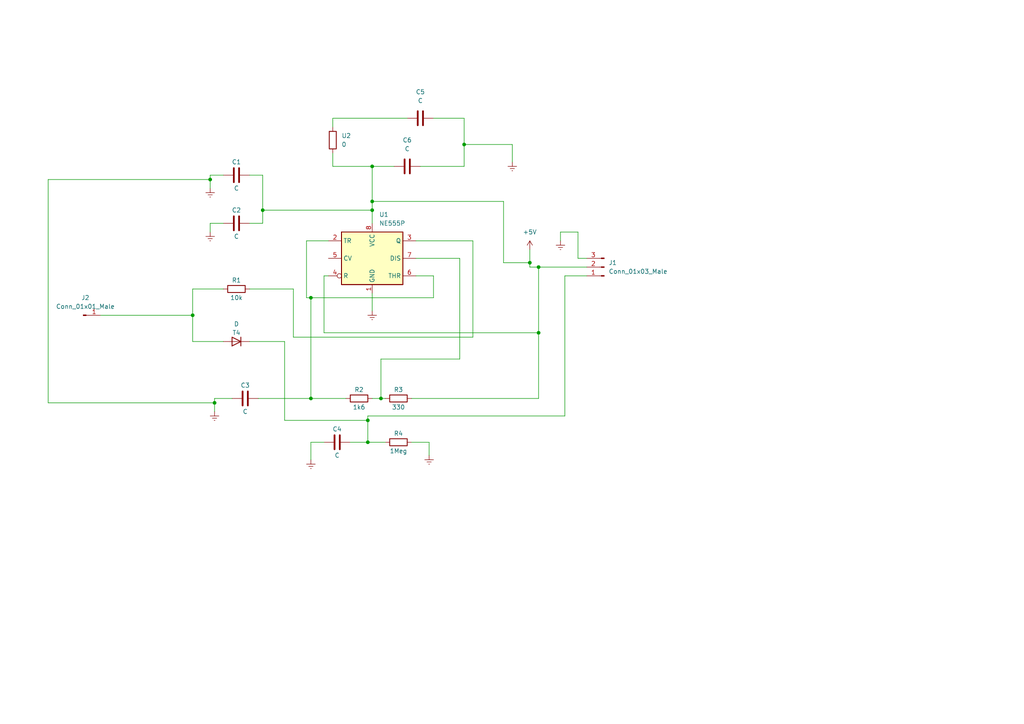
<source format=kicad_sch>
(kicad_sch (version 20211123) (generator eeschema)
  (paper "A4")
  (lib_symbols
    (symbol "Connector:Conn_01x01_Male" (pin_names (offset 1.016) hide)
      (property "Reference" "J" (at 0 2.54 0))
      (property "Value" "Conn_01x01_Male" (at 0 -2.54 0))
      (symbol "Conn_01x01_Male_1_1"
        (polyline (pts (xy 1.27 0) (xy 0.8636 0)) (stroke (width 0.1524)))
        (rectangle (start 0.8636 0.127) (end 0 -0.127) (stroke (width 0.1524)) (fill (type outline)))
        (pin passive line (at 5.08 0 180) (length 3.81) (name "Pin_1") (number "1"))
      )
    )
    (symbol "Connector:Conn_01x03_Male" (pin_names (offset 1.016) hide)
      (property "Reference" "J" (at 0 5.08 0))
      (property "Value" "Conn_01x03_Male" (at 0 -5.08 0))
      (symbol "Conn_01x03_Male_1_1"
        (polyline (pts (xy 1.27 -2.54) (xy 0.8636 -2.54)) (stroke (width 0.1524)))
        (polyline (pts (xy 1.27 0) (xy 0.8636 0)) (stroke (width 0.1524)))
        (polyline (pts (xy 1.27 2.54) (xy 0.8636 2.54)) (stroke (width 0.1524)))
        (rectangle (start 0.8636 -2.413) (end 0 -2.667) (stroke (width 0.1524)) (fill (type outline)))
        (rectangle (start 0.8636 0.127) (end 0 -0.127) (stroke (width 0.1524)) (fill (type outline)))
        (rectangle (start 0.8636 2.667) (end 0 2.413) (stroke (width 0.1524)) (fill (type outline)))
        (pin passive line (at 5.08 2.54 180) (length 3.81) (name "Pin_1") (number "1"))
        (pin passive line (at 5.08 0 180) (length 3.81) (name "Pin_2") (number "2"))
        (pin passive line (at 5.08 -2.54 180) (length 3.81) (name "Pin_3") (number "3"))
      )
    )
    (symbol "Device:C" (pin_numbers hide) (pin_names (offset 0.254))
      (property "Reference" "C" (at 0.635 2.54 0))
      (property "Value" "C" (at 0.635 -2.54 0))
      (symbol "C_0_1"
        (polyline (pts (xy -2.032 -0.762) (xy 2.032 -0.762)) (stroke (width 0.508)))
        (polyline (pts (xy -2.032 0.762) (xy 2.032 0.762)) (stroke (width 0.508)))
      )
      (symbol "C_1_1"
        (pin passive line (at 0 3.81 270) (length 2.794) (name "~") (number "1"))
        (pin passive line (at 0 -3.81 90) (length 2.794) (name "~") (number "2"))
      )
    )
    (symbol "Device:D" (pin_numbers hide) (pin_names (offset 1.016) hide)
      (property "Reference" "D" (at 0 2.54 0))
      (property "Value" "D" (at 0 -2.54 0))
      (symbol "D_0_1"
        (polyline (pts (xy -1.27 1.27) (xy -1.27 -1.27)) (stroke (width 0.254)))
        (polyline (pts (xy 1.27 0) (xy -1.27 0)))
        (polyline (pts (xy 1.27 1.27) (xy 1.27 -1.27) (xy -1.27 0) (xy 1.27 1.27)) (stroke (width 0.254)))
      )
      (symbol "D_1_1"
        (pin passive line (at -3.81 0 0) (length 2.54) (name "K") (number "1"))
        (pin passive line (at 3.81 0 180) (length 2.54) (name "A") (number "2"))
      )
    )
    (symbol "Device:R" (pin_numbers hide) (pin_names (offset 0))
      (property "Reference" "R" (at 2.032 0 90))
      (property "Value" "R" (at 0 0 90))
      (symbol "R_0_1"
        (rectangle (start -1.016 -2.54) (end 1.016 2.54) (stroke (width 0.254)))
      )
      (symbol "R_1_1"
        (pin passive line (at 0 3.81 270) (length 1.27) (name "~") (number "1"))
        (pin passive line (at 0 -3.81 90) (length 1.27) (name "~") (number "2"))
      )
    )
    (symbol "Timer:NE555P"
      (property "Reference" "U" (at -10.16 8.89 0))
      (property "Value" "NE555P" (at 2.54 8.89 0))
      (symbol "NE555P_0_0"
        (pin power_in line (at 0 -10.16 90) (length 2.54) (name "GND") (number "1"))
        (pin power_in line (at 0 10.16 270) (length 2.54) (name "VCC") (number "8"))
      )
      (symbol "NE555P_0_1"
        (rectangle (start -8.89 -7.62) (end 8.89 7.62) (stroke (width 0.254)) (fill (type background)))
        (rectangle (start -8.89 -7.62) (end 8.89 7.62) (stroke (width 0.254)) (fill (type background)))
      )
      (symbol "NE555P_1_1"
        (pin input line (at -12.7 5.08 0) (length 3.81) (name "TR") (number "2"))
        (pin output line (at 12.7 5.08 180) (length 3.81) (name "Q") (number "3"))
        (pin input inverted (at -12.7 -5.08 0) (length 3.81) (name "R") (number "4"))
        (pin input line (at -12.7 0 0) (length 3.81) (name "CV") (number "5"))
        (pin input line (at 12.7 -5.08 180) (length 3.81) (name "THR") (number "6"))
        (pin input line (at 12.7 0 180) (length 3.81) (name "DIS") (number "7"))
      )
    )
    (symbol "power:+5V" (power) (pin_names (offset 0))
      (property "Value" "+5V" (at 0 3.556 0))
      (symbol "+5V_0_1"
        (polyline (pts (xy -0.762 1.27) (xy 0 2.54)))
        (polyline (pts (xy 0 0) (xy 0 2.54)))
        (polyline (pts (xy 0 2.54) (xy 0.762 1.27)))
      )
      (symbol "+5V_1_1"
        (pin power_in line (at 0 0 90) (length 0) hide (name "+5V") (number "1"))
      )
    )
    (symbol "power:Earth" (power) (pin_names (offset 0))
      (symbol "Earth_0_1"
        (polyline (pts (xy -0.635 -1.905) (xy 0.635 -1.905)))
        (polyline (pts (xy -0.127 -2.54) (xy 0.127 -2.54)))
        (polyline (pts (xy 0 -1.27) (xy 0 0)))
        (polyline (pts (xy 1.27 -1.27) (xy -1.27 -1.27)))
      )
      (symbol "Earth_1_1"
        (pin power_in line (at 0 0 270) (length 0) hide (name "Earth") (number "1"))
      )
    )
  )
  (junction (at 55.88 91.44))
  (junction (at 107.95 60.96))
  (junction (at 90.17 86.36))
  (junction (at 62.23 116.84))
  (junction (at 106.68 121.92))
  (junction (at 76.2 60.96))
  (junction (at 60.96 52.07))
  (junction (at 110.49 115.57))
  (junction (at 153.67 76.2))
  (junction (at 156.21 77.47))
  (junction (at 156.21 96.52))
  (junction (at 107.95 48.26))
  (junction (at 107.95 58.42))
  (junction (at 134.62 41.91))
  (junction (at 106.68 128.27))
  (junction (at 90.17 115.57))
  (wire (pts (xy 74.93 115.57) (xy 90.17 115.57)))
  (wire (pts (xy 93.98 128.27) (xy 90.17 128.27)))
  (wire (pts (xy 82.55 99.06) (xy 82.55 121.92)))
  (wire (pts (xy 90.17 128.27) (xy 90.17 133.35)))
  (wire (pts (xy 29.21 91.44) (xy 55.88 91.44)))
  (wire (pts (xy 13.97 116.84) (xy 62.23 116.84)))
  (wire (pts (xy 107.95 58.42) (xy 146.05 58.42)))
  (wire (pts (xy 62.23 116.84) (xy 62.23 119.38)))
  (wire (pts (xy 163.83 80.01) (xy 170.18 80.01)))
  (wire (pts (xy 72.39 99.06) (xy 82.55 99.06)))
  (wire (pts (xy 170.18 74.93) (xy 167.64 74.93)))
  (wire (pts (xy 134.62 48.26) (xy 134.62 41.91)))
  (wire (pts (xy 67.31 115.57) (xy 62.23 115.57)))
  (wire (pts (xy 93.98 80.01) (xy 93.98 96.52)))
  (wire (pts (xy 134.62 41.91) (xy 148.59 41.91)))
  (wire (pts (xy 88.9 69.85) (xy 88.9 86.36)))
  (wire (pts (xy 119.38 128.27) (xy 124.46 128.27)))
  (wire (pts (xy 107.95 48.26) (xy 96.52 48.26)))
  (wire (pts (xy 125.73 80.01) (xy 125.73 86.36)))
  (wire (pts (xy 118.11 34.29) (xy 96.52 34.29)))
  (wire (pts (xy 156.21 96.52) (xy 156.21 77.47)))
  (wire (pts (xy 137.16 69.85) (xy 137.16 97.79)))
  (wire (pts (xy 153.67 72.39) (xy 153.67 76.2)))
  (wire (pts (xy 153.67 76.2) (xy 153.67 77.47)))
  (wire (pts (xy 101.6 128.27) (xy 106.68 128.27)))
  (wire (pts (xy 110.49 104.14) (xy 133.35 104.14)))
  (wire (pts (xy 110.49 115.57) (xy 110.49 104.14)))
  (wire (pts (xy 120.65 69.85) (xy 137.16 69.85)))
  (wire (pts (xy 90.17 86.36) (xy 90.17 115.57)))
  (wire (pts (xy 96.52 48.26) (xy 96.52 44.45)))
  (wire (pts (xy 124.46 128.27) (xy 124.46 132.08)))
  (wire (pts (xy 137.16 97.79) (xy 85.09 97.79)))
  (wire (pts (xy 62.23 115.57) (xy 62.23 116.84)))
  (wire (pts (xy 76.2 50.8) (xy 76.2 60.96)))
  (wire (pts (xy 88.9 86.36) (xy 90.17 86.36)))
  (wire (pts (xy 55.88 83.82) (xy 55.88 91.44)))
  (wire (pts (xy 162.56 67.31) (xy 162.56 69.85)))
  (wire (pts (xy 93.98 96.52) (xy 156.21 96.52)))
  (wire (pts (xy 163.83 120.65) (xy 163.83 80.01)))
  (wire (pts (xy 95.25 80.01) (xy 93.98 80.01)))
  (wire (pts (xy 60.96 50.8) (xy 60.96 52.07)))
  (wire (pts (xy 64.77 50.8) (xy 60.96 50.8)))
  (wire (pts (xy 120.65 80.01) (xy 125.73 80.01)))
  (wire (pts (xy 55.88 91.44) (xy 55.88 99.06)))
  (wire (pts (xy 64.77 64.77) (xy 60.96 64.77)))
  (wire (pts (xy 107.95 58.42) (xy 107.95 60.96)))
  (wire (pts (xy 119.38 115.57) (xy 156.21 115.57)))
  (wire (pts (xy 167.64 74.93) (xy 167.64 67.31)))
  (wire (pts (xy 60.96 52.07) (xy 60.96 54.61)))
  (wire (pts (xy 76.2 64.77) (xy 72.39 64.77)))
  (wire (pts (xy 134.62 41.91) (xy 134.62 34.29)))
  (wire (pts (xy 85.09 97.79) (xy 85.09 83.82)))
  (wire (pts (xy 110.49 115.57) (xy 111.76 115.57)))
  (wire (pts (xy 76.2 60.96) (xy 76.2 64.77)))
  (wire (pts (xy 96.52 34.29) (xy 96.52 36.83)))
  (wire (pts (xy 134.62 34.29) (xy 125.73 34.29)))
  (wire (pts (xy 148.59 41.91) (xy 148.59 46.99)))
  (wire (pts (xy 167.64 67.31) (xy 162.56 67.31)))
  (wire (pts (xy 107.95 85.09) (xy 107.95 90.17)))
  (wire (pts (xy 13.97 52.07) (xy 60.96 52.07)))
  (wire (pts (xy 60.96 64.77) (xy 60.96 67.31)))
  (wire (pts (xy 146.05 76.2) (xy 153.67 76.2)))
  (wire (pts (xy 106.68 120.65) (xy 163.83 120.65)))
  (wire (pts (xy 156.21 77.47) (xy 153.67 77.47)))
  (wire (pts (xy 90.17 115.57) (xy 100.33 115.57)))
  (wire (pts (xy 13.97 116.84) (xy 13.97 52.07)))
  (wire (pts (xy 121.92 48.26) (xy 134.62 48.26)))
  (wire (pts (xy 90.17 86.36) (xy 125.73 86.36)))
  (wire (pts (xy 133.35 74.93) (xy 120.65 74.93)))
  (wire (pts (xy 170.18 77.47) (xy 156.21 77.47)))
  (wire (pts (xy 107.95 115.57) (xy 110.49 115.57)))
  (wire (pts (xy 133.35 104.14) (xy 133.35 74.93)))
  (wire (pts (xy 55.88 99.06) (xy 64.77 99.06)))
  (wire (pts (xy 64.77 83.82) (xy 55.88 83.82)))
  (wire (pts (xy 106.68 121.92) (xy 106.68 120.65)))
  (wire (pts (xy 82.55 121.92) (xy 106.68 121.92)))
  (wire (pts (xy 107.95 48.26) (xy 107.95 58.42)))
  (wire (pts (xy 95.25 69.85) (xy 88.9 69.85)))
  (wire (pts (xy 72.39 50.8) (xy 76.2 50.8)))
  (wire (pts (xy 76.2 60.96) (xy 107.95 60.96)))
  (wire (pts (xy 156.21 115.57) (xy 156.21 96.52)))
  (wire (pts (xy 85.09 83.82) (xy 72.39 83.82)))
  (wire (pts (xy 146.05 58.42) (xy 146.05 76.2)))
  (wire (pts (xy 106.68 128.27) (xy 106.68 121.92)))
  (wire (pts (xy 106.68 128.27) (xy 111.76 128.27)))
  (wire (pts (xy 107.95 48.26) (xy 114.3 48.26)))
  (wire (pts (xy 107.95 60.96) (xy 107.95 64.77)))
  (symbol (lib_id "power:Earth") (at 90.17 133.35 0) (unit 1)
    (property "Reference" "#PWR0104" (effects hide))
    (property "Value" "Earth" (effects hide))
  )
  (symbol (lib_id "power:Earth") (at 124.46 132.08 0) (unit 1)
    (property "Reference" "#PWR0106" (effects hide))
    (property "Value" "Earth" (effects hide))
  )
  (symbol (lib_id "Device:R") (at 115.57 128.27 90) (unit 1)
    (property "Reference" "R4" (at 115.57 125.73 90))
    (property "Value" "1Meg" (at 115.57 130.81 90))
    (property "Footprint" "Resistor_SMD:R_0603_1608Metric" (effects hide))
  )
  (symbol (lib_id "power:Earth") (at 107.95 90.17 0) (unit 1)
    (property "Reference" "#PWR0105" (effects hide))
    (property "Value" "Earth" (effects hide))
  )
  (symbol (lib_id "power:Earth") (at 60.96 67.31 0) (unit 1)
    (property "Reference" "#PWR0109" (effects hide))
    (property "Value" "Earth" (effects hide))
  )
  (symbol (lib_id "Device:R") (at 68.58 83.82 90) (unit 1)
    (property "Reference" "R1" (at 68.58 81.28 90))
    (property "Value" "10k" (at 68.58 86.36 90))
    (property "Footprint" "Resistor_SMD:R_0603_1608Metric" (effects hide))
  )
  (symbol (lib_id "Device:R") (at 96.52 40.64 0) (unit 1)
    (property "Reference" "U2" (at 99.06 39.3699 0) (effects (justify left)))
    (property "Value" "0" (at 99.06 41.9099 0) (effects (justify left)))
    (property "Footprint" "Resistor_SMD:R_0603_1608Metric" (effects hide))
  )
  (symbol (lib_id "Connector:Conn_01x03_Male") (at 175.26 77.47 180) (unit 1)
    (property "Reference" "J1" (at 176.53 76.1999 0) (effects (justify right)))
    (property "Value" "Conn_01x03_Male" (at 176.53 78.7399 0) (effects (justify right)))
    (property "Footprint" "Connector_JST:JST_XH_S3B-XH-A_1x03_P2.50mm_Horizontal" (effects hide))
  )
  (symbol (lib_id "power:+5V") (at 153.67 72.39 0) (unit 1)
    (property "Reference" "#PWR0102" (effects hide))
    (property "Value" "+5V" (at 153.67 67.31 0))
  )
  (symbol (lib_id "power:Earth") (at 148.59 46.99 0) (unit 1)
    (property "Reference" "#PWR0101" (effects hide))
    (property "Value" "Earth" (effects hide))
  )
  (symbol (lib_id "Device:C") (at 71.12 115.57 90) (unit 1)
    (property "Reference" "C3" (at 71.12 111.76 90))
    (property "Value" "C" (at 71.12 119.38 90))
    (property "Footprint" "Capacitor_SMD:C_0603_1608Metric" (effects hide))
  )
  (symbol (lib_id "Device:D") (at 68.58 99.06 180) (unit 1)
    (property "Reference" "T4" (at 68.58 96.52 0))
    (property "Value" "D" (at 68.58 93.98 0))
    (property "Footprint" "Diode_SMD:D_MiniMELF" (effects hide))
  )
  (symbol (lib_id "Device:C") (at 97.79 128.27 90) (unit 1)
    (property "Reference" "C4" (at 97.79 124.46 90))
    (property "Value" "C" (at 97.79 132.08 90))
    (property "Footprint" "Capacitor_SMD:C_0603_1608Metric" (effects hide))
  )
  (symbol (lib_id "Device:C") (at 68.58 64.77 90) (unit 1)
    (property "Reference" "C2" (at 68.58 60.96 90))
    (property "Value" "C" (at 68.58 68.58 90))
    (property "Footprint" "Capacitor_SMD:C_0603_1608Metric" (effects hide))
  )
  (symbol (lib_id "power:Earth") (at 162.56 69.85 0) (unit 1)
    (property "Reference" "#PWR0103" (effects hide))
    (property "Value" "Earth" (effects hide))
  )
  (symbol (lib_id "power:Earth") (at 62.23 119.38 0) (unit 1)
    (property "Reference" "#PWR0108" (effects hide))
    (property "Value" "Earth" (effects hide))
  )
  (symbol (lib_id "Connector:Conn_01x01_Male") (at 24.13 91.44 0) (unit 1)
    (property "Reference" "J2" (at 24.765 86.36 0))
    (property "Value" "Conn_01x01_Male" (at 24.765 88.9 0))
    (property "Footprint" "Connector_PinHeader_1.00mm:PinHeader_1x01_P1.00mm_Vertical" (effects hide))
  )
  (symbol (lib_id "Device:C") (at 121.92 34.29 90) (unit 1)
    (property "Reference" "C5" (at 121.92 26.67 90))
    (property "Value" "C" (at 121.92 29.21 90))
    (property "Footprint" "Capacitor_SMD:C_0805_2012Metric" (effects hide))
  )
  (symbol (lib_id "Timer:NE555P") (at 107.95 74.93 0) (unit 1)
    (property "Reference" "U1" (at 109.9694 62.23 0) (effects (justify left)))
    (property "Value" "NE555P" (at 109.9694 64.77 0) (effects (justify left)))
    (property "Footprint" "Package_SO:SOIC-8_5.23x5.23mm_P1.27mm" (effects hide))
    (property "Datasheet" "http://www.ti.com/lit/ds/symlink/ne555.pdf" (effects hide))
  )
  (symbol (lib_id "Device:C") (at 68.58 50.8 90) (unit 1)
    (property "Reference" "C1" (at 68.58 46.99 90))
    (property "Value" "C" (at 68.58 54.61 90))
    (property "Footprint" "Capacitor_SMD:C_0603_1608Metric" (effects hide))
  )
  (symbol (lib_id "Device:C") (at 118.11 48.26 90) (unit 1)
    (property "Reference" "C6" (at 118.11 40.64 90))
    (property "Value" "C" (at 118.11 43.18 90))
    (property "Footprint" "Capacitor_SMD:C_0603_1608Metric" (effects hide))
  )
  (symbol (lib_id "Device:R") (at 104.14 115.57 90) (unit 1)
    (property "Reference" "R2" (at 104.14 113.03 90))
    (property "Value" "1k6" (at 104.14 118.11 90))
    (property "Footprint" "Resistor_SMD:R_0603_1608Metric" (effects hide))
  )
  (symbol (lib_id "Device:R") (at 115.57 115.57 90) (unit 1)
    (property "Reference" "R3" (at 115.57 113.03 90))
    (property "Value" "330" (at 115.57 118.11 90))
    (property "Footprint" "Resistor_SMD:R_0603_1608Metric" (effects hide))
  )
  (symbol (lib_id "power:Earth") (at 60.96 54.61 0) (unit 1)
    (property "Reference" "#PWR0107" (effects hide))
    (property "Value" "Earth" (effects hide))
  )
)
</source>
